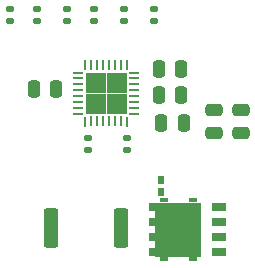
<source format=gbr>
%TF.GenerationSoftware,KiCad,Pcbnew,(6.0.8)*%
%TF.CreationDate,2023-02-11T16:42:38+01:00*%
%TF.ProjectId,VNF1048FTR_TestBoard,564e4631-3034-4384-9654-525f54657374,rev?*%
%TF.SameCoordinates,Original*%
%TF.FileFunction,Paste,Top*%
%TF.FilePolarity,Positive*%
%FSLAX46Y46*%
G04 Gerber Fmt 4.6, Leading zero omitted, Abs format (unit mm)*
G04 Created by KiCad (PCBNEW (6.0.8)) date 2023-02-11 16:42:38*
%MOMM*%
%LPD*%
G01*
G04 APERTURE LIST*
G04 Aperture macros list*
%AMRoundRect*
0 Rectangle with rounded corners*
0 $1 Rounding radius*
0 $2 $3 $4 $5 $6 $7 $8 $9 X,Y pos of 4 corners*
0 Add a 4 corners polygon primitive as box body*
4,1,4,$2,$3,$4,$5,$6,$7,$8,$9,$2,$3,0*
0 Add four circle primitives for the rounded corners*
1,1,$1+$1,$2,$3*
1,1,$1+$1,$4,$5*
1,1,$1+$1,$6,$7*
1,1,$1+$1,$8,$9*
0 Add four rect primitives between the rounded corners*
20,1,$1+$1,$2,$3,$4,$5,0*
20,1,$1+$1,$4,$5,$6,$7,0*
20,1,$1+$1,$6,$7,$8,$9,0*
20,1,$1+$1,$8,$9,$2,$3,0*%
G04 Aperture macros list end*
%ADD10C,0.100000*%
%ADD11R,0.254000X0.812800*%
%ADD12R,0.254000X0.863600*%
%ADD13R,0.812800X0.254000*%
%ADD14R,0.863600X0.254000*%
%ADD15R,0.600000X0.800000*%
%ADD16RoundRect,0.250000X-0.362500X-1.425000X0.362500X-1.425000X0.362500X1.425000X-0.362500X1.425000X0*%
%ADD17RoundRect,0.135000X0.185000X-0.135000X0.185000X0.135000X-0.185000X0.135000X-0.185000X-0.135000X0*%
%ADD18R,1.250000X0.650000*%
%ADD19R,0.550000X0.725000*%
%ADD20R,3.900000X4.600000*%
%ADD21R,0.800000X0.400000*%
%ADD22RoundRect,0.250000X0.475000X-0.250000X0.475000X0.250000X-0.475000X0.250000X-0.475000X-0.250000X0*%
%ADD23RoundRect,0.250000X0.250000X0.475000X-0.250000X0.475000X-0.250000X-0.475000X0.250000X-0.475000X0*%
%ADD24RoundRect,0.250000X-0.250000X-0.475000X0.250000X-0.475000X0.250000X0.475000X-0.250000X0.475000X0*%
G04 APERTURE END LIST*
%TO.C,U1*%
G36*
X117502000Y-48693400D02*
G01*
X115898600Y-48693400D01*
X115898600Y-47090000D01*
X117502000Y-47090000D01*
X117502000Y-48693400D01*
G37*
D10*
X117502000Y-48693400D02*
X115898600Y-48693400D01*
X115898600Y-47090000D01*
X117502000Y-47090000D01*
X117502000Y-48693400D01*
G36*
X119305400Y-48693400D02*
G01*
X117702000Y-48693400D01*
X117702000Y-47090000D01*
X119305400Y-47090000D01*
X119305400Y-48693400D01*
G37*
X119305400Y-48693400D02*
X117702000Y-48693400D01*
X117702000Y-47090000D01*
X119305400Y-47090000D01*
X119305400Y-48693400D01*
G36*
X119305400Y-46890000D02*
G01*
X117702000Y-46890000D01*
X117702000Y-45286600D01*
X119305400Y-45286600D01*
X119305400Y-46890000D01*
G37*
X119305400Y-46890000D02*
X117702000Y-46890000D01*
X117702000Y-45286600D01*
X119305400Y-45286600D01*
X119305400Y-46890000D01*
G36*
X117502000Y-46890000D02*
G01*
X115898600Y-46890000D01*
X115898600Y-45286600D01*
X117502000Y-45286600D01*
X117502000Y-46890000D01*
G37*
X117502000Y-46890000D02*
X115898600Y-46890000D01*
X115898600Y-45286600D01*
X117502000Y-45286600D01*
X117502000Y-46890000D01*
%TD*%
D11*
%TO.C,U1*%
X119351999Y-44589700D03*
D12*
X118852000Y-44615100D03*
X118352001Y-44615100D03*
X117852000Y-44615100D03*
X117352000Y-44615100D03*
X116851999Y-44615100D03*
X116352000Y-44615100D03*
D11*
X115852001Y-44589700D03*
D13*
X115201700Y-45240001D03*
D14*
X115227100Y-45740000D03*
X115227100Y-46239999D03*
X115227100Y-46740000D03*
X115227100Y-47240000D03*
X115227100Y-47740001D03*
X115227100Y-48240000D03*
D13*
X115201700Y-48739999D03*
D11*
X115852001Y-49390300D03*
D12*
X116352000Y-49364900D03*
X116851999Y-49364900D03*
X117352000Y-49364900D03*
X117852000Y-49364900D03*
X118352001Y-49364900D03*
X118852000Y-49364900D03*
D11*
X119351999Y-49390300D03*
D13*
X120002300Y-48739999D03*
D14*
X119976900Y-48240000D03*
X119976900Y-47740001D03*
X119976900Y-47240000D03*
X119976900Y-46740000D03*
X119976900Y-46239999D03*
X119976900Y-45740000D03*
D13*
X120002300Y-45240001D03*
%TD*%
D15*
%TO.C,RT1*%
X122301000Y-54356000D03*
X122301000Y-55356000D03*
%TD*%
D16*
%TO.C,RS1*%
X112988500Y-58420000D03*
X118913500Y-58420000D03*
%TD*%
D17*
%TO.C,R9*%
X119380000Y-51818000D03*
X119380000Y-50798000D03*
%TD*%
%TO.C,R8*%
X116078000Y-51818000D03*
X116078000Y-50798000D03*
%TD*%
%TO.C,R7*%
X111760000Y-40896000D03*
X111760000Y-39876000D03*
%TD*%
%TO.C,R6*%
X114300000Y-40896000D03*
X114300000Y-39876000D03*
%TD*%
%TO.C,R5*%
X116586000Y-40896000D03*
X116586000Y-39876000D03*
%TD*%
%TO.C,R4*%
X119126000Y-40896000D03*
X119126000Y-39876000D03*
%TD*%
%TO.C,R3*%
X121666000Y-40896000D03*
X121666000Y-39876000D03*
%TD*%
%TO.C,R1*%
X109474000Y-40896000D03*
X109474000Y-39876000D03*
%TD*%
D18*
%TO.C,Q1*%
X127203500Y-60452000D03*
X127203500Y-59182000D03*
X127203500Y-57912000D03*
X127203500Y-56642000D03*
D19*
X121503500Y-56642000D03*
X121503500Y-57912000D03*
X121503500Y-59182000D03*
X121503500Y-60452000D03*
D20*
X123728500Y-58547000D03*
D21*
X122503500Y-56047000D03*
X124953500Y-56047000D03*
X122503500Y-61047000D03*
X124953500Y-61047000D03*
%TD*%
D22*
%TO.C,C6*%
X126746000Y-50353000D03*
X126746000Y-48453000D03*
%TD*%
%TO.C,C5*%
X129032000Y-48453000D03*
X129032000Y-50353000D03*
%TD*%
D23*
%TO.C,C4*%
X123987600Y-47142400D03*
X122087600Y-47142400D03*
%TD*%
%TO.C,C3*%
X123987600Y-44958000D03*
X122087600Y-44958000D03*
%TD*%
D24*
%TO.C,C2*%
X122306000Y-49530000D03*
X124206000Y-49530000D03*
%TD*%
%TO.C,C1*%
X111511000Y-46659800D03*
X113411000Y-46659800D03*
%TD*%
M02*

</source>
